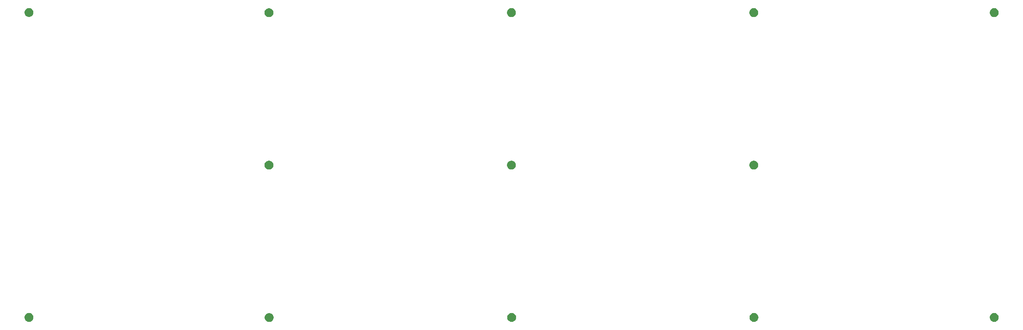
<source format=gbr>
G04 #@! TF.GenerationSoftware,KiCad,Pcbnew,(5.0.2)-1*
G04 #@! TF.CreationDate,2019-04-30T13:22:38-04:00*
G04 #@! TF.ProjectId,switch_plate,73776974-6368-45f7-906c-6174652e6b69,rev?*
G04 #@! TF.SameCoordinates,Original*
G04 #@! TF.FileFunction,Soldermask,Bot*
G04 #@! TF.FilePolarity,Negative*
%FSLAX46Y46*%
G04 Gerber Fmt 4.6, Leading zero omitted, Abs format (unit mm)*
G04 Created by KiCad (PCBNEW (5.0.2)-1) date 4/30/2019 1:22:38 PM*
%MOMM*%
%LPD*%
G01*
G04 APERTURE LIST*
%ADD10C,0.100000*%
G04 APERTURE END LIST*
D10*
G36*
X82326934Y-97115032D02*
X82536402Y-97201796D01*
X82724923Y-97327762D01*
X82885238Y-97488077D01*
X83011204Y-97676598D01*
X83097968Y-97886066D01*
X83142200Y-98108435D01*
X83142200Y-98335165D01*
X83097968Y-98557534D01*
X83011204Y-98767002D01*
X82885238Y-98955523D01*
X82724923Y-99115838D01*
X82536402Y-99241804D01*
X82326934Y-99328568D01*
X82104565Y-99372800D01*
X81877835Y-99372800D01*
X81655466Y-99328568D01*
X81445998Y-99241804D01*
X81257477Y-99115838D01*
X81097162Y-98955523D01*
X80971196Y-98767002D01*
X80884432Y-98557534D01*
X80840200Y-98335165D01*
X80840200Y-98108435D01*
X80884432Y-97886066D01*
X80971196Y-97676598D01*
X81097162Y-97488077D01*
X81257477Y-97327762D01*
X81445998Y-97201796D01*
X81655466Y-97115032D01*
X81877835Y-97070800D01*
X82104565Y-97070800D01*
X82326934Y-97115032D01*
X82326934Y-97115032D01*
G37*
G36*
X270515534Y-97089632D02*
X270725002Y-97176396D01*
X270913523Y-97302362D01*
X271073838Y-97462677D01*
X271199804Y-97651198D01*
X271286568Y-97860666D01*
X271330800Y-98083035D01*
X271330800Y-98309765D01*
X271286568Y-98532134D01*
X271199804Y-98741602D01*
X271073838Y-98930123D01*
X270913523Y-99090438D01*
X270725002Y-99216404D01*
X270515534Y-99303168D01*
X270293165Y-99347400D01*
X270066435Y-99347400D01*
X269844066Y-99303168D01*
X269634598Y-99216404D01*
X269446077Y-99090438D01*
X269285762Y-98930123D01*
X269159796Y-98741602D01*
X269073032Y-98532134D01*
X269028800Y-98309765D01*
X269028800Y-98083035D01*
X269073032Y-97860666D01*
X269159796Y-97651198D01*
X269285762Y-97462677D01*
X269446077Y-97302362D01*
X269634598Y-97176396D01*
X269844066Y-97089632D01*
X270066435Y-97045400D01*
X270293165Y-97045400D01*
X270515534Y-97089632D01*
X270515534Y-97089632D01*
G37*
G36*
X208158534Y-97089632D02*
X208368002Y-97176396D01*
X208556523Y-97302362D01*
X208716838Y-97462677D01*
X208842804Y-97651198D01*
X208929568Y-97860666D01*
X208973800Y-98083035D01*
X208973800Y-98309765D01*
X208929568Y-98532134D01*
X208842804Y-98741602D01*
X208716838Y-98930123D01*
X208556523Y-99090438D01*
X208368002Y-99216404D01*
X208158534Y-99303168D01*
X207936165Y-99347400D01*
X207709435Y-99347400D01*
X207487066Y-99303168D01*
X207277598Y-99216404D01*
X207089077Y-99090438D01*
X206928762Y-98930123D01*
X206802796Y-98741602D01*
X206716032Y-98532134D01*
X206671800Y-98309765D01*
X206671800Y-98083035D01*
X206716032Y-97860666D01*
X206802796Y-97651198D01*
X206928762Y-97462677D01*
X207089077Y-97302362D01*
X207277598Y-97176396D01*
X207487066Y-97089632D01*
X207709435Y-97045400D01*
X207936165Y-97045400D01*
X208158534Y-97089632D01*
X208158534Y-97089632D01*
G37*
G36*
X145268134Y-97089632D02*
X145477602Y-97176396D01*
X145666123Y-97302362D01*
X145826438Y-97462677D01*
X145952404Y-97651198D01*
X146039168Y-97860666D01*
X146083400Y-98083035D01*
X146083400Y-98309765D01*
X146039168Y-98532134D01*
X145952404Y-98741602D01*
X145826438Y-98930123D01*
X145666123Y-99090438D01*
X145477602Y-99216404D01*
X145268134Y-99303168D01*
X145045765Y-99347400D01*
X144819035Y-99347400D01*
X144596666Y-99303168D01*
X144387198Y-99216404D01*
X144198677Y-99090438D01*
X144038362Y-98930123D01*
X143912396Y-98741602D01*
X143825632Y-98532134D01*
X143781400Y-98309765D01*
X143781400Y-98083035D01*
X143825632Y-97860666D01*
X143912396Y-97651198D01*
X144038362Y-97462677D01*
X144198677Y-97302362D01*
X144387198Y-97176396D01*
X144596666Y-97089632D01*
X144819035Y-97045400D01*
X145045765Y-97045400D01*
X145268134Y-97089632D01*
X145268134Y-97089632D01*
G37*
G36*
X19995334Y-97089632D02*
X20204802Y-97176396D01*
X20393323Y-97302362D01*
X20553638Y-97462677D01*
X20679604Y-97651198D01*
X20766368Y-97860666D01*
X20810600Y-98083035D01*
X20810600Y-98309765D01*
X20766368Y-98532134D01*
X20679604Y-98741602D01*
X20553638Y-98930123D01*
X20393323Y-99090438D01*
X20204802Y-99216404D01*
X19995334Y-99303168D01*
X19772965Y-99347400D01*
X19546235Y-99347400D01*
X19323866Y-99303168D01*
X19114398Y-99216404D01*
X18925877Y-99090438D01*
X18765562Y-98930123D01*
X18639596Y-98741602D01*
X18552832Y-98532134D01*
X18508600Y-98309765D01*
X18508600Y-98083035D01*
X18552832Y-97860666D01*
X18639596Y-97651198D01*
X18765562Y-97462677D01*
X18925877Y-97302362D01*
X19114398Y-97176396D01*
X19323866Y-97089632D01*
X19546235Y-97045400D01*
X19772965Y-97045400D01*
X19995334Y-97089632D01*
X19995334Y-97089632D01*
G37*
G36*
X82276134Y-57587552D02*
X82485602Y-57674316D01*
X82674123Y-57800282D01*
X82834438Y-57960597D01*
X82960404Y-58149118D01*
X83047168Y-58358586D01*
X83091400Y-58580955D01*
X83091400Y-58807685D01*
X83047168Y-59030054D01*
X82960404Y-59239522D01*
X82834438Y-59428043D01*
X82674123Y-59588358D01*
X82485602Y-59714324D01*
X82276134Y-59801088D01*
X82053765Y-59845320D01*
X81827035Y-59845320D01*
X81604666Y-59801088D01*
X81395198Y-59714324D01*
X81206677Y-59588358D01*
X81046362Y-59428043D01*
X80920396Y-59239522D01*
X80833632Y-59030054D01*
X80789400Y-58807685D01*
X80789400Y-58580955D01*
X80833632Y-58358586D01*
X80920396Y-58149118D01*
X81046362Y-57960597D01*
X81206677Y-57800282D01*
X81395198Y-57674316D01*
X81604666Y-57587552D01*
X81827035Y-57543320D01*
X82053765Y-57543320D01*
X82276134Y-57587552D01*
X82276134Y-57587552D01*
G37*
G36*
X145217334Y-57562152D02*
X145426802Y-57648916D01*
X145615323Y-57774882D01*
X145775638Y-57935197D01*
X145901604Y-58123718D01*
X145988368Y-58333186D01*
X146032600Y-58555555D01*
X146032600Y-58782285D01*
X145988368Y-59004654D01*
X145901604Y-59214122D01*
X145775638Y-59402643D01*
X145615323Y-59562958D01*
X145426802Y-59688924D01*
X145217334Y-59775688D01*
X144994965Y-59819920D01*
X144768235Y-59819920D01*
X144545866Y-59775688D01*
X144336398Y-59688924D01*
X144147877Y-59562958D01*
X143987562Y-59402643D01*
X143861596Y-59214122D01*
X143774832Y-59004654D01*
X143730600Y-58782285D01*
X143730600Y-58555555D01*
X143774832Y-58333186D01*
X143861596Y-58123718D01*
X143987562Y-57935197D01*
X144147877Y-57774882D01*
X144336398Y-57648916D01*
X144545866Y-57562152D01*
X144768235Y-57517920D01*
X144994965Y-57517920D01*
X145217334Y-57562152D01*
X145217334Y-57562152D01*
G37*
G36*
X208107734Y-57562152D02*
X208317202Y-57648916D01*
X208505723Y-57774882D01*
X208666038Y-57935197D01*
X208792004Y-58123718D01*
X208878768Y-58333186D01*
X208923000Y-58555555D01*
X208923000Y-58782285D01*
X208878768Y-59004654D01*
X208792004Y-59214122D01*
X208666038Y-59402643D01*
X208505723Y-59562958D01*
X208317202Y-59688924D01*
X208107734Y-59775688D01*
X207885365Y-59819920D01*
X207658635Y-59819920D01*
X207436266Y-59775688D01*
X207226798Y-59688924D01*
X207038277Y-59562958D01*
X206877962Y-59402643D01*
X206751996Y-59214122D01*
X206665232Y-59004654D01*
X206621000Y-58782285D01*
X206621000Y-58555555D01*
X206665232Y-58333186D01*
X206751996Y-58123718D01*
X206877962Y-57935197D01*
X207038277Y-57774882D01*
X207226798Y-57648916D01*
X207436266Y-57562152D01*
X207658635Y-57517920D01*
X207885365Y-57517920D01*
X208107734Y-57562152D01*
X208107734Y-57562152D01*
G37*
G36*
X82276134Y-18044832D02*
X82485602Y-18131596D01*
X82674123Y-18257562D01*
X82834438Y-18417877D01*
X82960404Y-18606398D01*
X83047168Y-18815866D01*
X83091400Y-19038235D01*
X83091400Y-19264965D01*
X83047168Y-19487334D01*
X82960404Y-19696802D01*
X82834438Y-19885323D01*
X82674123Y-20045638D01*
X82485602Y-20171604D01*
X82276134Y-20258368D01*
X82053765Y-20302600D01*
X81827035Y-20302600D01*
X81604666Y-20258368D01*
X81395198Y-20171604D01*
X81206677Y-20045638D01*
X81046362Y-19885323D01*
X80920396Y-19696802D01*
X80833632Y-19487334D01*
X80789400Y-19264965D01*
X80789400Y-19038235D01*
X80833632Y-18815866D01*
X80920396Y-18606398D01*
X81046362Y-18417877D01*
X81206677Y-18257562D01*
X81395198Y-18131596D01*
X81604666Y-18044832D01*
X81827035Y-18000600D01*
X82053765Y-18000600D01*
X82276134Y-18044832D01*
X82276134Y-18044832D01*
G37*
G36*
X145217334Y-18019432D02*
X145426802Y-18106196D01*
X145615323Y-18232162D01*
X145775638Y-18392477D01*
X145901604Y-18580998D01*
X145988368Y-18790466D01*
X146032600Y-19012835D01*
X146032600Y-19239565D01*
X145988368Y-19461934D01*
X145901604Y-19671402D01*
X145775638Y-19859923D01*
X145615323Y-20020238D01*
X145426802Y-20146204D01*
X145217334Y-20232968D01*
X144994965Y-20277200D01*
X144768235Y-20277200D01*
X144545866Y-20232968D01*
X144336398Y-20146204D01*
X144147877Y-20020238D01*
X143987562Y-19859923D01*
X143861596Y-19671402D01*
X143774832Y-19461934D01*
X143730600Y-19239565D01*
X143730600Y-19012835D01*
X143774832Y-18790466D01*
X143861596Y-18580998D01*
X143987562Y-18392477D01*
X144147877Y-18232162D01*
X144336398Y-18106196D01*
X144545866Y-18019432D01*
X144768235Y-17975200D01*
X144994965Y-17975200D01*
X145217334Y-18019432D01*
X145217334Y-18019432D01*
G37*
G36*
X270515534Y-18019432D02*
X270725002Y-18106196D01*
X270913523Y-18232162D01*
X271073838Y-18392477D01*
X271199804Y-18580998D01*
X271286568Y-18790466D01*
X271330800Y-19012835D01*
X271330800Y-19239565D01*
X271286568Y-19461934D01*
X271199804Y-19671402D01*
X271073838Y-19859923D01*
X270913523Y-20020238D01*
X270725002Y-20146204D01*
X270515534Y-20232968D01*
X270293165Y-20277200D01*
X270066435Y-20277200D01*
X269844066Y-20232968D01*
X269634598Y-20146204D01*
X269446077Y-20020238D01*
X269285762Y-19859923D01*
X269159796Y-19671402D01*
X269073032Y-19461934D01*
X269028800Y-19239565D01*
X269028800Y-19012835D01*
X269073032Y-18790466D01*
X269159796Y-18580998D01*
X269285762Y-18392477D01*
X269446077Y-18232162D01*
X269634598Y-18106196D01*
X269844066Y-18019432D01*
X270066435Y-17975200D01*
X270293165Y-17975200D01*
X270515534Y-18019432D01*
X270515534Y-18019432D01*
G37*
G36*
X208107734Y-18019432D02*
X208317202Y-18106196D01*
X208505723Y-18232162D01*
X208666038Y-18392477D01*
X208792004Y-18580998D01*
X208878768Y-18790466D01*
X208923000Y-19012835D01*
X208923000Y-19239565D01*
X208878768Y-19461934D01*
X208792004Y-19671402D01*
X208666038Y-19859923D01*
X208505723Y-20020238D01*
X208317202Y-20146204D01*
X208107734Y-20232968D01*
X207885365Y-20277200D01*
X207658635Y-20277200D01*
X207436266Y-20232968D01*
X207226798Y-20146204D01*
X207038277Y-20020238D01*
X206877962Y-19859923D01*
X206751996Y-19671402D01*
X206665232Y-19461934D01*
X206621000Y-19239565D01*
X206621000Y-19012835D01*
X206665232Y-18790466D01*
X206751996Y-18580998D01*
X206877962Y-18392477D01*
X207038277Y-18232162D01*
X207226798Y-18106196D01*
X207436266Y-18019432D01*
X207658635Y-17975200D01*
X207885365Y-17975200D01*
X208107734Y-18019432D01*
X208107734Y-18019432D01*
G37*
G36*
X19995334Y-17994032D02*
X20204802Y-18080796D01*
X20393323Y-18206762D01*
X20553638Y-18367077D01*
X20679604Y-18555598D01*
X20766368Y-18765066D01*
X20810600Y-18987435D01*
X20810600Y-19214165D01*
X20766368Y-19436534D01*
X20679604Y-19646002D01*
X20553638Y-19834523D01*
X20393323Y-19994838D01*
X20204802Y-20120804D01*
X19995334Y-20207568D01*
X19772965Y-20251800D01*
X19546235Y-20251800D01*
X19323866Y-20207568D01*
X19114398Y-20120804D01*
X18925877Y-19994838D01*
X18765562Y-19834523D01*
X18639596Y-19646002D01*
X18552832Y-19436534D01*
X18508600Y-19214165D01*
X18508600Y-18987435D01*
X18552832Y-18765066D01*
X18639596Y-18555598D01*
X18765562Y-18367077D01*
X18925877Y-18206762D01*
X19114398Y-18080796D01*
X19323866Y-17994032D01*
X19546235Y-17949800D01*
X19772965Y-17949800D01*
X19995334Y-17994032D01*
X19995334Y-17994032D01*
G37*
M02*

</source>
